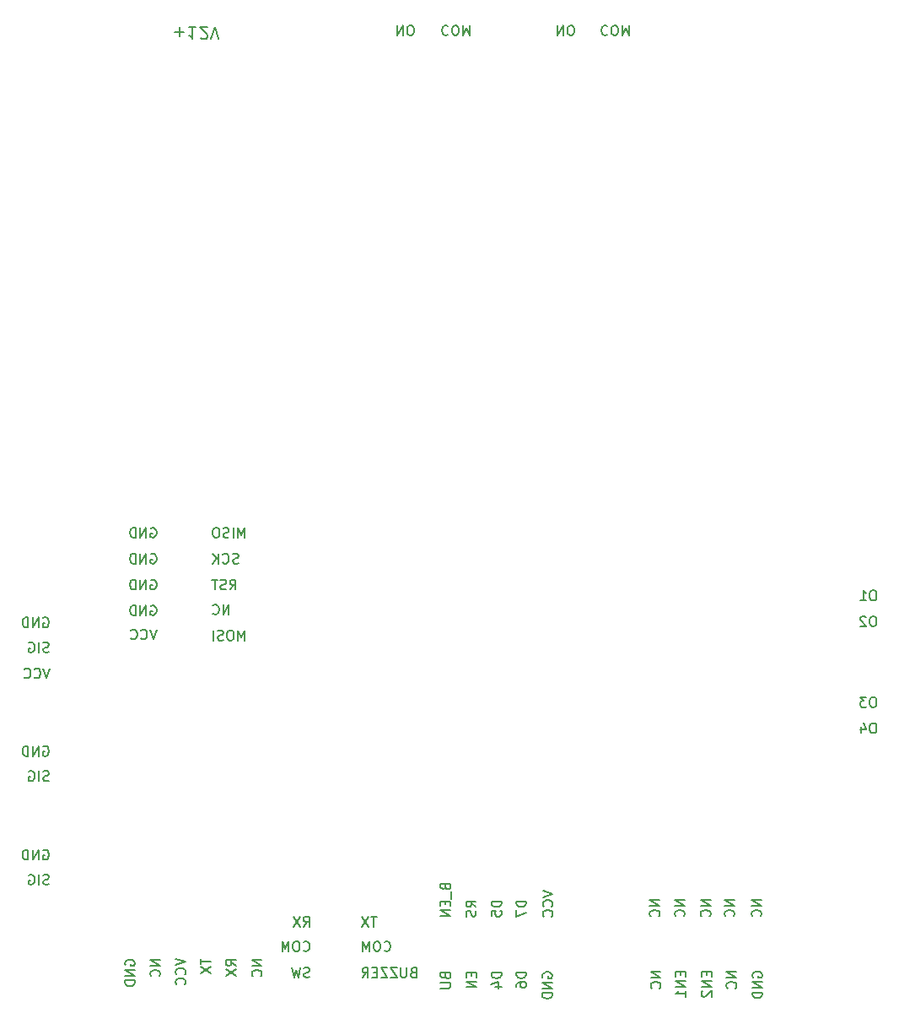
<source format=gbr>
%TF.GenerationSoftware,KiCad,Pcbnew,(5.1.6)-1*%
%TF.CreationDate,2022-04-28T16:11:12+09:00*%
%TF.ProjectId,FP-2500_TCU1000_V1.1,46502d32-3530-4305-9f54-435531303030,rev?*%
%TF.SameCoordinates,Original*%
%TF.FileFunction,Legend,Bot*%
%TF.FilePolarity,Positive*%
%FSLAX46Y46*%
G04 Gerber Fmt 4.6, Leading zero omitted, Abs format (unit mm)*
G04 Created by KiCad (PCBNEW (5.1.6)-1) date 2022-04-28 16:11:12*
%MOMM*%
%LPD*%
G01*
G04 APERTURE LIST*
%ADD10C,0.200000*%
G04 APERTURE END LIST*
D10*
X62690475Y-187028571D02*
X62547618Y-187076190D01*
X62499999Y-187123809D01*
X62452380Y-187219047D01*
X62452380Y-187361904D01*
X62499999Y-187457142D01*
X62547618Y-187504761D01*
X62642856Y-187552380D01*
X63023809Y-187552380D01*
X63023809Y-186552380D01*
X62690475Y-186552380D01*
X62595237Y-186600000D01*
X62547618Y-186647619D01*
X62499999Y-186742857D01*
X62499999Y-186838095D01*
X62547618Y-186933333D01*
X62595237Y-186980952D01*
X62690475Y-187028571D01*
X63023809Y-187028571D01*
X62023809Y-186552380D02*
X62023809Y-187361904D01*
X61976190Y-187457142D01*
X61928571Y-187504761D01*
X61833333Y-187552380D01*
X61642856Y-187552380D01*
X61547618Y-187504761D01*
X61499999Y-187457142D01*
X61452380Y-187361904D01*
X61452380Y-186552380D01*
X61071428Y-186552380D02*
X60404761Y-186552380D01*
X61071428Y-187552380D01*
X60404761Y-187552380D01*
X60119047Y-186552380D02*
X59452380Y-186552380D01*
X60119047Y-187552380D01*
X59452380Y-187552380D01*
X59071428Y-187028571D02*
X58738094Y-187028571D01*
X58595237Y-187552380D02*
X59071428Y-187552380D01*
X59071428Y-186552380D01*
X58595237Y-186552380D01*
X57595237Y-187552380D02*
X57928571Y-187076190D01*
X58166666Y-187552380D02*
X58166666Y-186552380D01*
X57785713Y-186552380D01*
X57690475Y-186600000D01*
X57642856Y-186647619D01*
X57595237Y-186742857D01*
X57595237Y-186885714D01*
X57642856Y-186980952D01*
X57690475Y-187028571D01*
X57785713Y-187076190D01*
X58166666Y-187076190D01*
X59785714Y-184857142D02*
X59833333Y-184904761D01*
X59976190Y-184952380D01*
X60071428Y-184952380D01*
X60214285Y-184904761D01*
X60309523Y-184809523D01*
X60357142Y-184714285D01*
X60404761Y-184523809D01*
X60404761Y-184380952D01*
X60357142Y-184190476D01*
X60309523Y-184095238D01*
X60214285Y-184000000D01*
X60071428Y-183952380D01*
X59976190Y-183952380D01*
X59833333Y-184000000D01*
X59785714Y-184047619D01*
X59166666Y-183952380D02*
X58976190Y-183952380D01*
X58880952Y-184000000D01*
X58785714Y-184095238D01*
X58738095Y-184285714D01*
X58738095Y-184619047D01*
X58785714Y-184809523D01*
X58880952Y-184904761D01*
X58976190Y-184952380D01*
X59166666Y-184952380D01*
X59261904Y-184904761D01*
X59357142Y-184809523D01*
X59404761Y-184619047D01*
X59404761Y-184285714D01*
X59357142Y-184095238D01*
X59261904Y-184000000D01*
X59166666Y-183952380D01*
X58309523Y-184952380D02*
X58309523Y-183952380D01*
X57976190Y-184666666D01*
X57642857Y-183952380D01*
X57642857Y-184952380D01*
X51685714Y-184857142D02*
X51733333Y-184904761D01*
X51876190Y-184952380D01*
X51971428Y-184952380D01*
X52114285Y-184904761D01*
X52209523Y-184809523D01*
X52257142Y-184714285D01*
X52304761Y-184523809D01*
X52304761Y-184380952D01*
X52257142Y-184190476D01*
X52209523Y-184095238D01*
X52114285Y-184000000D01*
X51971428Y-183952380D01*
X51876190Y-183952380D01*
X51733333Y-184000000D01*
X51685714Y-184047619D01*
X51066666Y-183952380D02*
X50876190Y-183952380D01*
X50780952Y-184000000D01*
X50685714Y-184095238D01*
X50638095Y-184285714D01*
X50638095Y-184619047D01*
X50685714Y-184809523D01*
X50780952Y-184904761D01*
X50876190Y-184952380D01*
X51066666Y-184952380D01*
X51161904Y-184904761D01*
X51257142Y-184809523D01*
X51304761Y-184619047D01*
X51304761Y-184285714D01*
X51257142Y-184095238D01*
X51161904Y-184000000D01*
X51066666Y-183952380D01*
X50209523Y-184952380D02*
X50209523Y-183952380D01*
X49876190Y-184666666D01*
X49542857Y-183952380D01*
X49542857Y-184952380D01*
X52304761Y-187504761D02*
X52161904Y-187552380D01*
X51923809Y-187552380D01*
X51828571Y-187504761D01*
X51780952Y-187457142D01*
X51733333Y-187361904D01*
X51733333Y-187266666D01*
X51780952Y-187171428D01*
X51828571Y-187123809D01*
X51923809Y-187076190D01*
X52114285Y-187028571D01*
X52209523Y-186980952D01*
X52257142Y-186933333D01*
X52304761Y-186838095D01*
X52304761Y-186742857D01*
X52257142Y-186647619D01*
X52209523Y-186600000D01*
X52114285Y-186552380D01*
X51876190Y-186552380D01*
X51733333Y-186600000D01*
X51399999Y-186552380D02*
X51161904Y-187552380D01*
X50971428Y-186838095D01*
X50780952Y-187552380D01*
X50542857Y-186552380D01*
X59023809Y-181452380D02*
X58452381Y-181452380D01*
X58738095Y-182452380D02*
X58738095Y-181452380D01*
X58214285Y-181452380D02*
X57547619Y-182452380D01*
X57547619Y-181452380D02*
X58214285Y-182452380D01*
X51685713Y-182452380D02*
X52019047Y-181976190D01*
X52257142Y-182452380D02*
X52257142Y-181452380D01*
X51876189Y-181452380D01*
X51780951Y-181500000D01*
X51733332Y-181547619D01*
X51685713Y-181642857D01*
X51685713Y-181785714D01*
X51733332Y-181880952D01*
X51780951Y-181928571D01*
X51876189Y-181976190D01*
X52257142Y-181976190D01*
X51352380Y-181452380D02*
X50685713Y-182452380D01*
X50685713Y-181452380D02*
X51352380Y-182452380D01*
X26228571Y-156552380D02*
X25895238Y-157552380D01*
X25561904Y-156552380D01*
X24657142Y-157457142D02*
X24704761Y-157504761D01*
X24847618Y-157552380D01*
X24942857Y-157552380D01*
X25085714Y-157504761D01*
X25180952Y-157409523D01*
X25228571Y-157314285D01*
X25276190Y-157123809D01*
X25276190Y-156980952D01*
X25228571Y-156790476D01*
X25180952Y-156695238D01*
X25085714Y-156600000D01*
X24942857Y-156552380D01*
X24847618Y-156552380D01*
X24704761Y-156600000D01*
X24657142Y-156647619D01*
X23657142Y-157457142D02*
X23704761Y-157504761D01*
X23847618Y-157552380D01*
X23942857Y-157552380D01*
X24085714Y-157504761D01*
X24180952Y-157409523D01*
X24228571Y-157314285D01*
X24276190Y-157123809D01*
X24276190Y-156980952D01*
X24228571Y-156790476D01*
X24180952Y-156695238D01*
X24085714Y-156600000D01*
X23942857Y-156552380D01*
X23847618Y-156552380D01*
X23704761Y-156600000D01*
X23657142Y-156647619D01*
X26133333Y-154904761D02*
X25990476Y-154952380D01*
X25752381Y-154952380D01*
X25657143Y-154904761D01*
X25609524Y-154857142D01*
X25561904Y-154761904D01*
X25561904Y-154666666D01*
X25609524Y-154571428D01*
X25657143Y-154523809D01*
X25752381Y-154476190D01*
X25942857Y-154428571D01*
X26038095Y-154380952D01*
X26085714Y-154333333D01*
X26133333Y-154238095D01*
X26133333Y-154142857D01*
X26085714Y-154047619D01*
X26038095Y-154000000D01*
X25942857Y-153952380D01*
X25704762Y-153952380D01*
X25561904Y-154000000D01*
X25133333Y-154952380D02*
X25133333Y-153952380D01*
X24133333Y-154000000D02*
X24228571Y-153952380D01*
X24371428Y-153952380D01*
X24514285Y-154000000D01*
X24609524Y-154095238D01*
X24657143Y-154190476D01*
X24704762Y-154380952D01*
X24704762Y-154523809D01*
X24657143Y-154714285D01*
X24609524Y-154809523D01*
X24514285Y-154904761D01*
X24371428Y-154952380D01*
X24276190Y-154952380D01*
X24133333Y-154904761D01*
X24085714Y-154857142D01*
X24085714Y-154523809D01*
X24276190Y-154523809D01*
X25561904Y-151500000D02*
X25657142Y-151452380D01*
X25800000Y-151452380D01*
X25942857Y-151500000D01*
X26038095Y-151595238D01*
X26085714Y-151690476D01*
X26133333Y-151880952D01*
X26133333Y-152023809D01*
X26085714Y-152214285D01*
X26038095Y-152309523D01*
X25942857Y-152404761D01*
X25800000Y-152452380D01*
X25704761Y-152452380D01*
X25561904Y-152404761D01*
X25514285Y-152357142D01*
X25514285Y-152023809D01*
X25704761Y-152023809D01*
X25085714Y-152452380D02*
X25085714Y-151452380D01*
X24514285Y-152452380D01*
X24514285Y-151452380D01*
X24038095Y-152452380D02*
X24038095Y-151452380D01*
X23800000Y-151452380D01*
X23657142Y-151500000D01*
X23561904Y-151595238D01*
X23514285Y-151690476D01*
X23466666Y-151880952D01*
X23466666Y-152023809D01*
X23514285Y-152214285D01*
X23561904Y-152309523D01*
X23657142Y-152404761D01*
X23800000Y-152452380D01*
X24038095Y-152452380D01*
X25561904Y-164400000D02*
X25657142Y-164352380D01*
X25800000Y-164352380D01*
X25942857Y-164400000D01*
X26038095Y-164495238D01*
X26085714Y-164590476D01*
X26133333Y-164780952D01*
X26133333Y-164923809D01*
X26085714Y-165114285D01*
X26038095Y-165209523D01*
X25942857Y-165304761D01*
X25800000Y-165352380D01*
X25704761Y-165352380D01*
X25561904Y-165304761D01*
X25514285Y-165257142D01*
X25514285Y-164923809D01*
X25704761Y-164923809D01*
X25085714Y-165352380D02*
X25085714Y-164352380D01*
X24514285Y-165352380D01*
X24514285Y-164352380D01*
X24038095Y-165352380D02*
X24038095Y-164352380D01*
X23800000Y-164352380D01*
X23657142Y-164400000D01*
X23561904Y-164495238D01*
X23514285Y-164590476D01*
X23466666Y-164780952D01*
X23466666Y-164923809D01*
X23514285Y-165114285D01*
X23561904Y-165209523D01*
X23657142Y-165304761D01*
X23800000Y-165352380D01*
X24038095Y-165352380D01*
X26133333Y-167804761D02*
X25990476Y-167852380D01*
X25752381Y-167852380D01*
X25657143Y-167804761D01*
X25609524Y-167757142D01*
X25561904Y-167661904D01*
X25561904Y-167566666D01*
X25609524Y-167471428D01*
X25657143Y-167423809D01*
X25752381Y-167376190D01*
X25942857Y-167328571D01*
X26038095Y-167280952D01*
X26085714Y-167233333D01*
X26133333Y-167138095D01*
X26133333Y-167042857D01*
X26085714Y-166947619D01*
X26038095Y-166900000D01*
X25942857Y-166852380D01*
X25704762Y-166852380D01*
X25561904Y-166900000D01*
X25133333Y-167852380D02*
X25133333Y-166852380D01*
X24133333Y-166900000D02*
X24228571Y-166852380D01*
X24371428Y-166852380D01*
X24514285Y-166900000D01*
X24609524Y-166995238D01*
X24657143Y-167090476D01*
X24704762Y-167280952D01*
X24704762Y-167423809D01*
X24657143Y-167614285D01*
X24609524Y-167709523D01*
X24514285Y-167804761D01*
X24371428Y-167852380D01*
X24276190Y-167852380D01*
X24133333Y-167804761D01*
X24085714Y-167757142D01*
X24085714Y-167423809D01*
X24276190Y-167423809D01*
X26133333Y-178204761D02*
X25990476Y-178252380D01*
X25752381Y-178252380D01*
X25657143Y-178204761D01*
X25609524Y-178157142D01*
X25561904Y-178061904D01*
X25561904Y-177966666D01*
X25609524Y-177871428D01*
X25657143Y-177823809D01*
X25752381Y-177776190D01*
X25942857Y-177728571D01*
X26038095Y-177680952D01*
X26085714Y-177633333D01*
X26133333Y-177538095D01*
X26133333Y-177442857D01*
X26085714Y-177347619D01*
X26038095Y-177300000D01*
X25942857Y-177252380D01*
X25704762Y-177252380D01*
X25561904Y-177300000D01*
X25133333Y-178252380D02*
X25133333Y-177252380D01*
X24133333Y-177300000D02*
X24228571Y-177252380D01*
X24371428Y-177252380D01*
X24514285Y-177300000D01*
X24609524Y-177395238D01*
X24657143Y-177490476D01*
X24704762Y-177680952D01*
X24704762Y-177823809D01*
X24657143Y-178014285D01*
X24609524Y-178109523D01*
X24514285Y-178204761D01*
X24371428Y-178252380D01*
X24276190Y-178252380D01*
X24133333Y-178204761D01*
X24085714Y-178157142D01*
X24085714Y-177823809D01*
X24276190Y-177823809D01*
X25561904Y-174800000D02*
X25657142Y-174752380D01*
X25800000Y-174752380D01*
X25942857Y-174800000D01*
X26038095Y-174895238D01*
X26085714Y-174990476D01*
X26133333Y-175180952D01*
X26133333Y-175323809D01*
X26085714Y-175514285D01*
X26038095Y-175609523D01*
X25942857Y-175704761D01*
X25800000Y-175752380D01*
X25704761Y-175752380D01*
X25561904Y-175704761D01*
X25514285Y-175657142D01*
X25514285Y-175323809D01*
X25704761Y-175323809D01*
X25085714Y-175752380D02*
X25085714Y-174752380D01*
X24514285Y-175752380D01*
X24514285Y-174752380D01*
X24038095Y-175752380D02*
X24038095Y-174752380D01*
X23800000Y-174752380D01*
X23657142Y-174800000D01*
X23561904Y-174895238D01*
X23514285Y-174990476D01*
X23466666Y-175180952D01*
X23466666Y-175323809D01*
X23514285Y-175514285D01*
X23561904Y-175609523D01*
X23657142Y-175704761D01*
X23800000Y-175752380D01*
X24038095Y-175752380D01*
X33800000Y-186338095D02*
X33752380Y-186242857D01*
X33752380Y-186100000D01*
X33800000Y-185957142D01*
X33895238Y-185861904D01*
X33990476Y-185814285D01*
X34180952Y-185766666D01*
X34323809Y-185766666D01*
X34514285Y-185814285D01*
X34609523Y-185861904D01*
X34704761Y-185957142D01*
X34752380Y-186100000D01*
X34752380Y-186195238D01*
X34704761Y-186338095D01*
X34657142Y-186385714D01*
X34323809Y-186385714D01*
X34323809Y-186195238D01*
X34752380Y-186814285D02*
X33752380Y-186814285D01*
X34752380Y-187385714D01*
X33752380Y-187385714D01*
X34752380Y-187861904D02*
X33752380Y-187861904D01*
X33752380Y-188100000D01*
X33800000Y-188242857D01*
X33895238Y-188338095D01*
X33990476Y-188385714D01*
X34180952Y-188433333D01*
X34323809Y-188433333D01*
X34514285Y-188385714D01*
X34609523Y-188338095D01*
X34704761Y-188242857D01*
X34752380Y-188100000D01*
X34752380Y-187861904D01*
X37302380Y-185814285D02*
X36302380Y-185814285D01*
X37302380Y-186385714D01*
X36302380Y-186385714D01*
X37207142Y-187433333D02*
X37254761Y-187385714D01*
X37302380Y-187242857D01*
X37302380Y-187147619D01*
X37254761Y-187004761D01*
X37159523Y-186909523D01*
X37064285Y-186861904D01*
X36873809Y-186814285D01*
X36730952Y-186814285D01*
X36540476Y-186861904D01*
X36445238Y-186909523D01*
X36350000Y-187004761D01*
X36302380Y-187147619D01*
X36302380Y-187242857D01*
X36350000Y-187385714D01*
X36397619Y-187433333D01*
X38852380Y-185671428D02*
X39852380Y-186004762D01*
X38852380Y-186338095D01*
X39757142Y-187242857D02*
X39804761Y-187195238D01*
X39852380Y-187052381D01*
X39852380Y-186957142D01*
X39804761Y-186814285D01*
X39709523Y-186719047D01*
X39614285Y-186671428D01*
X39423809Y-186623809D01*
X39280952Y-186623809D01*
X39090476Y-186671428D01*
X38995238Y-186719047D01*
X38900000Y-186814285D01*
X38852380Y-186957142D01*
X38852380Y-187052381D01*
X38900000Y-187195238D01*
X38947619Y-187242857D01*
X39757142Y-188242857D02*
X39804761Y-188195238D01*
X39852380Y-188052381D01*
X39852380Y-187957142D01*
X39804761Y-187814285D01*
X39709523Y-187719047D01*
X39614285Y-187671428D01*
X39423809Y-187623809D01*
X39280952Y-187623809D01*
X39090476Y-187671428D01*
X38995238Y-187719047D01*
X38900000Y-187814285D01*
X38852380Y-187957142D01*
X38852380Y-188052381D01*
X38900000Y-188195238D01*
X38947619Y-188242857D01*
X41352380Y-185671428D02*
X41352380Y-186242856D01*
X42352380Y-185957142D02*
X41352380Y-185957142D01*
X41352380Y-186480952D02*
X42352380Y-187147618D01*
X41352380Y-187147618D02*
X42352380Y-186480952D01*
X44902380Y-186385714D02*
X44426190Y-186052381D01*
X44902380Y-185814285D02*
X43902380Y-185814285D01*
X43902380Y-186195238D01*
X43950000Y-186290476D01*
X43997619Y-186338095D01*
X44092857Y-186385714D01*
X44235714Y-186385714D01*
X44330952Y-186338095D01*
X44378571Y-186290476D01*
X44426190Y-186195238D01*
X44426190Y-185814285D01*
X43902380Y-186719047D02*
X44902380Y-187385714D01*
X43902380Y-187385714D02*
X44902380Y-186719047D01*
X47502380Y-185814285D02*
X46502380Y-185814285D01*
X47502380Y-186385714D01*
X46502380Y-186385714D01*
X47407142Y-187433333D02*
X47454761Y-187385714D01*
X47502380Y-187242857D01*
X47502380Y-187147619D01*
X47454761Y-187004761D01*
X47359523Y-186909523D01*
X47264285Y-186861904D01*
X47073809Y-186814285D01*
X46930952Y-186814285D01*
X46740476Y-186861904D01*
X46645238Y-186909523D01*
X46550000Y-187004761D01*
X46502380Y-187147619D01*
X46502380Y-187242857D01*
X46550000Y-187385714D01*
X46597619Y-187433333D01*
X65928571Y-178485713D02*
X65976190Y-178628570D01*
X66023809Y-178676189D01*
X66119047Y-178723808D01*
X66261904Y-178723808D01*
X66357142Y-178676189D01*
X66404761Y-178628570D01*
X66452380Y-178533332D01*
X66452380Y-178152380D01*
X65452380Y-178152380D01*
X65452380Y-178485713D01*
X65500000Y-178580951D01*
X65547619Y-178628570D01*
X65642857Y-178676189D01*
X65738095Y-178676189D01*
X65833333Y-178628570D01*
X65880952Y-178580951D01*
X65928571Y-178485713D01*
X65928571Y-178152380D01*
X66547619Y-178914285D02*
X66547619Y-179676189D01*
X65928571Y-179914285D02*
X65928571Y-180247618D01*
X66452380Y-180390475D02*
X66452380Y-179914285D01*
X65452380Y-179914285D01*
X65452380Y-180390475D01*
X66452380Y-180819047D02*
X65452380Y-180819047D01*
X66452380Y-181390475D01*
X65452380Y-181390475D01*
X69002380Y-180485714D02*
X68526190Y-180152381D01*
X69002380Y-179914285D02*
X68002380Y-179914285D01*
X68002380Y-180295238D01*
X68050000Y-180390476D01*
X68097619Y-180438095D01*
X68192857Y-180485714D01*
X68335714Y-180485714D01*
X68430952Y-180438095D01*
X68478571Y-180390476D01*
X68526190Y-180295238D01*
X68526190Y-179914285D01*
X68954761Y-180866666D02*
X69002380Y-181009523D01*
X69002380Y-181247619D01*
X68954761Y-181342857D01*
X68907142Y-181390476D01*
X68811904Y-181438095D01*
X68716666Y-181438095D01*
X68621428Y-181390476D01*
X68573809Y-181342857D01*
X68526190Y-181247619D01*
X68478571Y-181057142D01*
X68430952Y-180961904D01*
X68383333Y-180914285D01*
X68288095Y-180866666D01*
X68192857Y-180866666D01*
X68097619Y-180914285D01*
X68050000Y-180961904D01*
X68002380Y-181057142D01*
X68002380Y-181295238D01*
X68050000Y-181438095D01*
X71552380Y-179914285D02*
X70552380Y-179914285D01*
X70552380Y-180152381D01*
X70600000Y-180295238D01*
X70695238Y-180390476D01*
X70790476Y-180438095D01*
X70980952Y-180485714D01*
X71123809Y-180485714D01*
X71314285Y-180438095D01*
X71409523Y-180390476D01*
X71504761Y-180295238D01*
X71552380Y-180152381D01*
X71552380Y-179914285D01*
X70552380Y-181390476D02*
X70552380Y-180914285D01*
X71028571Y-180866666D01*
X70980952Y-180914285D01*
X70933333Y-181009523D01*
X70933333Y-181247619D01*
X70980952Y-181342857D01*
X71028571Y-181390476D01*
X71123809Y-181438095D01*
X71361904Y-181438095D01*
X71457142Y-181390476D01*
X71504761Y-181342857D01*
X71552380Y-181247619D01*
X71552380Y-181009523D01*
X71504761Y-180914285D01*
X71457142Y-180866666D01*
X74052380Y-179914285D02*
X73052380Y-179914285D01*
X73052380Y-180152381D01*
X73100000Y-180295238D01*
X73195238Y-180390476D01*
X73290476Y-180438095D01*
X73480952Y-180485714D01*
X73623809Y-180485714D01*
X73814285Y-180438095D01*
X73909523Y-180390476D01*
X74004761Y-180295238D01*
X74052380Y-180152381D01*
X74052380Y-179914285D01*
X73052380Y-180819047D02*
X73052380Y-181485714D01*
X74052380Y-181057142D01*
X75702380Y-178866666D02*
X76702380Y-179200000D01*
X75702380Y-179533333D01*
X76607142Y-180438095D02*
X76654761Y-180390476D01*
X76702380Y-180247619D01*
X76702380Y-180152380D01*
X76654761Y-180009523D01*
X76559523Y-179914285D01*
X76464285Y-179866666D01*
X76273809Y-179819047D01*
X76130952Y-179819047D01*
X75940476Y-179866666D01*
X75845238Y-179914285D01*
X75750000Y-180009523D01*
X75702380Y-180152380D01*
X75702380Y-180247619D01*
X75750000Y-180390476D01*
X75797619Y-180438095D01*
X76607142Y-181438095D02*
X76654761Y-181390476D01*
X76702380Y-181247619D01*
X76702380Y-181152380D01*
X76654761Y-181009523D01*
X76559523Y-180914285D01*
X76464285Y-180866666D01*
X76273809Y-180819047D01*
X76130952Y-180819047D01*
X75940476Y-180866666D01*
X75845238Y-180914285D01*
X75750000Y-181009523D01*
X75702380Y-181152380D01*
X75702380Y-181247619D01*
X75750000Y-181390476D01*
X75797619Y-181438095D01*
X65928571Y-187397619D02*
X65976190Y-187540476D01*
X66023809Y-187588095D01*
X66119047Y-187635714D01*
X66261904Y-187635714D01*
X66357142Y-187588095D01*
X66404761Y-187540476D01*
X66452380Y-187445238D01*
X66452380Y-187064285D01*
X65452380Y-187064285D01*
X65452380Y-187397619D01*
X65500000Y-187492857D01*
X65547619Y-187540476D01*
X65642857Y-187588095D01*
X65738095Y-187588095D01*
X65833333Y-187540476D01*
X65880952Y-187492857D01*
X65928571Y-187397619D01*
X65928571Y-187064285D01*
X65452380Y-188064285D02*
X66261904Y-188064285D01*
X66357142Y-188111904D01*
X66404761Y-188159523D01*
X66452380Y-188254761D01*
X66452380Y-188445238D01*
X66404761Y-188540476D01*
X66357142Y-188588095D01*
X66261904Y-188635714D01*
X65452380Y-188635714D01*
X68528571Y-187064285D02*
X68528571Y-187397619D01*
X69052380Y-187540476D02*
X69052380Y-187064285D01*
X68052380Y-187064285D01*
X68052380Y-187540476D01*
X69052380Y-187969047D02*
X68052380Y-187969047D01*
X69052380Y-188540476D01*
X68052380Y-188540476D01*
X71552380Y-187064285D02*
X70552380Y-187064285D01*
X70552380Y-187302381D01*
X70600000Y-187445238D01*
X70695238Y-187540476D01*
X70790476Y-187588095D01*
X70980952Y-187635714D01*
X71123809Y-187635714D01*
X71314285Y-187588095D01*
X71409523Y-187540476D01*
X71504761Y-187445238D01*
X71552380Y-187302381D01*
X71552380Y-187064285D01*
X70885714Y-188492857D02*
X71552380Y-188492857D01*
X70504761Y-188254761D02*
X71219047Y-188016666D01*
X71219047Y-188635714D01*
X74052380Y-187064285D02*
X73052380Y-187064285D01*
X73052380Y-187302381D01*
X73100000Y-187445238D01*
X73195238Y-187540476D01*
X73290476Y-187588095D01*
X73480952Y-187635714D01*
X73623809Y-187635714D01*
X73814285Y-187588095D01*
X73909523Y-187540476D01*
X74004761Y-187445238D01*
X74052380Y-187302381D01*
X74052380Y-187064285D01*
X73052380Y-188492857D02*
X73052380Y-188302381D01*
X73100000Y-188207142D01*
X73147619Y-188159523D01*
X73290476Y-188064285D01*
X73480952Y-188016666D01*
X73861904Y-188016666D01*
X73957142Y-188064285D01*
X74004761Y-188111904D01*
X74052380Y-188207142D01*
X74052380Y-188397619D01*
X74004761Y-188492857D01*
X73957142Y-188540476D01*
X73861904Y-188588095D01*
X73623809Y-188588095D01*
X73528571Y-188540476D01*
X73480952Y-188492857D01*
X73433333Y-188397619D01*
X73433333Y-188207142D01*
X73480952Y-188111904D01*
X73528571Y-188064285D01*
X73623809Y-188016666D01*
X75700000Y-187588095D02*
X75652380Y-187492857D01*
X75652380Y-187350000D01*
X75700000Y-187207142D01*
X75795238Y-187111904D01*
X75890476Y-187064285D01*
X76080952Y-187016666D01*
X76223809Y-187016666D01*
X76414285Y-187064285D01*
X76509523Y-187111904D01*
X76604761Y-187207142D01*
X76652380Y-187350000D01*
X76652380Y-187445238D01*
X76604761Y-187588095D01*
X76557142Y-187635714D01*
X76223809Y-187635714D01*
X76223809Y-187445238D01*
X76652380Y-188064285D02*
X75652380Y-188064285D01*
X76652380Y-188635714D01*
X75652380Y-188635714D01*
X76652380Y-189111904D02*
X75652380Y-189111904D01*
X75652380Y-189350000D01*
X75700000Y-189492857D01*
X75795238Y-189588095D01*
X75890476Y-189635714D01*
X76080952Y-189683333D01*
X76223809Y-189683333D01*
X76414285Y-189635714D01*
X76509523Y-189588095D01*
X76604761Y-189492857D01*
X76652380Y-189350000D01*
X76652380Y-189111904D01*
X97652380Y-179814285D02*
X96652380Y-179814285D01*
X97652380Y-180385714D01*
X96652380Y-180385714D01*
X97557142Y-181433333D02*
X97604761Y-181385714D01*
X97652380Y-181242857D01*
X97652380Y-181147619D01*
X97604761Y-181004761D01*
X97509523Y-180909523D01*
X97414285Y-180861904D01*
X97223809Y-180814285D01*
X97080952Y-180814285D01*
X96890476Y-180861904D01*
X96795238Y-180909523D01*
X96700000Y-181004761D01*
X96652380Y-181147619D01*
X96652380Y-181242857D01*
X96700000Y-181385714D01*
X96747619Y-181433333D01*
X94952380Y-179814285D02*
X93952380Y-179814285D01*
X94952380Y-180385714D01*
X93952380Y-180385714D01*
X94857142Y-181433333D02*
X94904761Y-181385714D01*
X94952380Y-181242857D01*
X94952380Y-181147619D01*
X94904761Y-181004761D01*
X94809523Y-180909523D01*
X94714285Y-180861904D01*
X94523809Y-180814285D01*
X94380952Y-180814285D01*
X94190476Y-180861904D01*
X94095238Y-180909523D01*
X94000000Y-181004761D01*
X93952380Y-181147619D01*
X93952380Y-181242857D01*
X94000000Y-181385714D01*
X94047619Y-181433333D01*
X92552380Y-179814285D02*
X91552380Y-179814285D01*
X92552380Y-180385714D01*
X91552380Y-180385714D01*
X92457142Y-181433333D02*
X92504761Y-181385714D01*
X92552380Y-181242857D01*
X92552380Y-181147619D01*
X92504761Y-181004761D01*
X92409523Y-180909523D01*
X92314285Y-180861904D01*
X92123809Y-180814285D01*
X91980952Y-180814285D01*
X91790476Y-180861904D01*
X91695238Y-180909523D01*
X91600000Y-181004761D01*
X91552380Y-181147619D01*
X91552380Y-181242857D01*
X91600000Y-181385714D01*
X91647619Y-181433333D01*
X89952380Y-179814285D02*
X88952380Y-179814285D01*
X89952380Y-180385714D01*
X88952380Y-180385714D01*
X89857142Y-181433333D02*
X89904761Y-181385714D01*
X89952380Y-181242857D01*
X89952380Y-181147619D01*
X89904761Y-181004761D01*
X89809523Y-180909523D01*
X89714285Y-180861904D01*
X89523809Y-180814285D01*
X89380952Y-180814285D01*
X89190476Y-180861904D01*
X89095238Y-180909523D01*
X89000000Y-181004761D01*
X88952380Y-181147619D01*
X88952380Y-181242857D01*
X89000000Y-181385714D01*
X89047619Y-181433333D01*
X87452380Y-179814285D02*
X86452380Y-179814285D01*
X87452380Y-180385714D01*
X86452380Y-180385714D01*
X87357142Y-181433333D02*
X87404761Y-181385714D01*
X87452380Y-181242857D01*
X87452380Y-181147619D01*
X87404761Y-181004761D01*
X87309523Y-180909523D01*
X87214285Y-180861904D01*
X87023809Y-180814285D01*
X86880952Y-180814285D01*
X86690476Y-180861904D01*
X86595238Y-180909523D01*
X86500000Y-181004761D01*
X86452380Y-181147619D01*
X86452380Y-181242857D01*
X86500000Y-181385714D01*
X86547619Y-181433333D01*
X96800000Y-187538095D02*
X96752380Y-187442857D01*
X96752380Y-187300000D01*
X96800000Y-187157142D01*
X96895238Y-187061904D01*
X96990476Y-187014285D01*
X97180952Y-186966666D01*
X97323809Y-186966666D01*
X97514285Y-187014285D01*
X97609523Y-187061904D01*
X97704761Y-187157142D01*
X97752380Y-187300000D01*
X97752380Y-187395238D01*
X97704761Y-187538095D01*
X97657142Y-187585714D01*
X97323809Y-187585714D01*
X97323809Y-187395238D01*
X97752380Y-188014285D02*
X96752380Y-188014285D01*
X97752380Y-188585714D01*
X96752380Y-188585714D01*
X97752380Y-189061904D02*
X96752380Y-189061904D01*
X96752380Y-189300000D01*
X96800000Y-189442857D01*
X96895238Y-189538095D01*
X96990476Y-189585714D01*
X97180952Y-189633333D01*
X97323809Y-189633333D01*
X97514285Y-189585714D01*
X97609523Y-189538095D01*
X97704761Y-189442857D01*
X97752380Y-189300000D01*
X97752380Y-189061904D01*
X95152380Y-187014285D02*
X94152380Y-187014285D01*
X95152380Y-187585714D01*
X94152380Y-187585714D01*
X95057142Y-188633333D02*
X95104761Y-188585714D01*
X95152380Y-188442857D01*
X95152380Y-188347619D01*
X95104761Y-188204761D01*
X95009523Y-188109523D01*
X94914285Y-188061904D01*
X94723809Y-188014285D01*
X94580952Y-188014285D01*
X94390476Y-188061904D01*
X94295238Y-188109523D01*
X94200000Y-188204761D01*
X94152380Y-188347619D01*
X94152380Y-188442857D01*
X94200000Y-188585714D01*
X94247619Y-188633333D01*
X92128571Y-187014285D02*
X92128571Y-187347618D01*
X92652380Y-187490475D02*
X92652380Y-187014285D01*
X91652380Y-187014285D01*
X91652380Y-187490475D01*
X92652380Y-187919047D02*
X91652380Y-187919047D01*
X92652380Y-188490475D01*
X91652380Y-188490475D01*
X91747619Y-188919047D02*
X91700000Y-188966666D01*
X91652380Y-189061904D01*
X91652380Y-189299999D01*
X91700000Y-189395237D01*
X91747619Y-189442856D01*
X91842857Y-189490475D01*
X91938095Y-189490475D01*
X92080952Y-189442856D01*
X92652380Y-188871428D01*
X92652380Y-189490475D01*
X89528571Y-187014285D02*
X89528571Y-187347618D01*
X90052380Y-187490475D02*
X90052380Y-187014285D01*
X89052380Y-187014285D01*
X89052380Y-187490475D01*
X90052380Y-187919047D02*
X89052380Y-187919047D01*
X90052380Y-188490475D01*
X89052380Y-188490475D01*
X90052380Y-189490475D02*
X90052380Y-188919047D01*
X90052380Y-189204761D02*
X89052380Y-189204761D01*
X89195238Y-189109523D01*
X89290476Y-189014285D01*
X89338095Y-188919047D01*
X87552380Y-187014285D02*
X86552380Y-187014285D01*
X87552380Y-187585714D01*
X86552380Y-187585714D01*
X87457142Y-188633333D02*
X87504761Y-188585714D01*
X87552380Y-188442857D01*
X87552380Y-188347619D01*
X87504761Y-188204761D01*
X87409523Y-188109523D01*
X87314285Y-188061904D01*
X87123809Y-188014285D01*
X86980952Y-188014285D01*
X86790476Y-188061904D01*
X86695238Y-188109523D01*
X86600000Y-188204761D01*
X86552380Y-188347619D01*
X86552380Y-188442857D01*
X86600000Y-188585714D01*
X86647619Y-188633333D01*
X108971428Y-162052380D02*
X108780952Y-162052380D01*
X108685714Y-162100000D01*
X108590476Y-162195238D01*
X108542857Y-162385714D01*
X108542857Y-162719047D01*
X108590476Y-162909523D01*
X108685714Y-163004761D01*
X108780952Y-163052380D01*
X108971428Y-163052380D01*
X109066666Y-163004761D01*
X109161904Y-162909523D01*
X109209523Y-162719047D01*
X109209523Y-162385714D01*
X109161904Y-162195238D01*
X109066666Y-162100000D01*
X108971428Y-162052380D01*
X107685714Y-162385714D02*
X107685714Y-163052380D01*
X107923809Y-162004761D02*
X108161904Y-162719047D01*
X107542857Y-162719047D01*
X108971428Y-159452380D02*
X108780952Y-159452380D01*
X108685714Y-159500000D01*
X108590476Y-159595238D01*
X108542857Y-159785714D01*
X108542857Y-160119047D01*
X108590476Y-160309523D01*
X108685714Y-160404761D01*
X108780952Y-160452380D01*
X108971428Y-160452380D01*
X109066666Y-160404761D01*
X109161904Y-160309523D01*
X109209523Y-160119047D01*
X109209523Y-159785714D01*
X109161904Y-159595238D01*
X109066666Y-159500000D01*
X108971428Y-159452380D01*
X108209523Y-159452380D02*
X107590476Y-159452380D01*
X107923809Y-159833333D01*
X107780952Y-159833333D01*
X107685714Y-159880952D01*
X107638095Y-159928571D01*
X107590476Y-160023809D01*
X107590476Y-160261904D01*
X107638095Y-160357142D01*
X107685714Y-160404761D01*
X107780952Y-160452380D01*
X108066666Y-160452380D01*
X108161904Y-160404761D01*
X108209523Y-160357142D01*
X108971428Y-151352380D02*
X108780952Y-151352380D01*
X108685714Y-151400000D01*
X108590476Y-151495238D01*
X108542857Y-151685714D01*
X108542857Y-152019047D01*
X108590476Y-152209523D01*
X108685714Y-152304761D01*
X108780952Y-152352380D01*
X108971428Y-152352380D01*
X109066666Y-152304761D01*
X109161904Y-152209523D01*
X109209523Y-152019047D01*
X109209523Y-151685714D01*
X109161904Y-151495238D01*
X109066666Y-151400000D01*
X108971428Y-151352380D01*
X108161904Y-151447619D02*
X108114285Y-151400000D01*
X108019047Y-151352380D01*
X107780952Y-151352380D01*
X107685714Y-151400000D01*
X107638095Y-151447619D01*
X107590476Y-151542857D01*
X107590476Y-151638095D01*
X107638095Y-151780952D01*
X108209523Y-152352380D01*
X107590476Y-152352380D01*
X108971428Y-148752380D02*
X108780952Y-148752380D01*
X108685714Y-148800000D01*
X108590476Y-148895238D01*
X108542857Y-149085714D01*
X108542857Y-149419047D01*
X108590476Y-149609523D01*
X108685714Y-149704761D01*
X108780952Y-149752380D01*
X108971428Y-149752380D01*
X109066666Y-149704761D01*
X109161904Y-149609523D01*
X109209523Y-149419047D01*
X109209523Y-149085714D01*
X109161904Y-148895238D01*
X109066666Y-148800000D01*
X108971428Y-148752380D01*
X107590476Y-149752380D02*
X108161904Y-149752380D01*
X107876190Y-149752380D02*
X107876190Y-148752380D01*
X107971428Y-148895238D01*
X108066666Y-148990476D01*
X108161904Y-149038095D01*
X45771428Y-153752380D02*
X45771428Y-152752380D01*
X45438095Y-153466666D01*
X45104761Y-152752380D01*
X45104761Y-153752380D01*
X44438095Y-152752380D02*
X44247619Y-152752380D01*
X44152380Y-152800000D01*
X44057142Y-152895238D01*
X44009523Y-153085714D01*
X44009523Y-153419047D01*
X44057142Y-153609523D01*
X44152380Y-153704761D01*
X44247619Y-153752380D01*
X44438095Y-153752380D01*
X44533333Y-153704761D01*
X44628571Y-153609523D01*
X44676190Y-153419047D01*
X44676190Y-153085714D01*
X44628571Y-152895238D01*
X44533333Y-152800000D01*
X44438095Y-152752380D01*
X43628571Y-153704761D02*
X43485714Y-153752380D01*
X43247619Y-153752380D01*
X43152380Y-153704761D01*
X43104761Y-153657142D01*
X43057142Y-153561904D01*
X43057142Y-153466666D01*
X43104761Y-153371428D01*
X43152380Y-153323809D01*
X43247619Y-153276190D01*
X43438095Y-153228571D01*
X43533333Y-153180952D01*
X43580952Y-153133333D01*
X43628571Y-153038095D01*
X43628571Y-152942857D01*
X43580952Y-152847619D01*
X43533333Y-152800000D01*
X43438095Y-152752380D01*
X43200000Y-152752380D01*
X43057142Y-152800000D01*
X42628571Y-153752380D02*
X42628571Y-152752380D01*
X44199999Y-151152380D02*
X44199999Y-150152380D01*
X43628570Y-151152380D01*
X43628570Y-150152380D01*
X42580951Y-151057142D02*
X42628570Y-151104761D01*
X42771427Y-151152380D01*
X42866665Y-151152380D01*
X43009523Y-151104761D01*
X43104761Y-151009523D01*
X43152380Y-150914285D01*
X43199999Y-150723809D01*
X43199999Y-150580952D01*
X43152380Y-150390476D01*
X43104761Y-150295238D01*
X43009523Y-150200000D01*
X42866665Y-150152380D01*
X42771427Y-150152380D01*
X42628570Y-150200000D01*
X42580951Y-150247619D01*
X44295238Y-148652380D02*
X44628571Y-148176190D01*
X44866666Y-148652380D02*
X44866666Y-147652380D01*
X44485714Y-147652380D01*
X44390476Y-147700000D01*
X44342857Y-147747619D01*
X44295238Y-147842857D01*
X44295238Y-147985714D01*
X44342857Y-148080952D01*
X44390476Y-148128571D01*
X44485714Y-148176190D01*
X44866666Y-148176190D01*
X43914285Y-148604761D02*
X43771428Y-148652380D01*
X43533333Y-148652380D01*
X43438095Y-148604761D01*
X43390476Y-148557142D01*
X43342857Y-148461904D01*
X43342857Y-148366666D01*
X43390476Y-148271428D01*
X43438095Y-148223809D01*
X43533333Y-148176190D01*
X43723809Y-148128571D01*
X43819047Y-148080952D01*
X43866666Y-148033333D01*
X43914285Y-147938095D01*
X43914285Y-147842857D01*
X43866666Y-147747619D01*
X43819047Y-147700000D01*
X43723809Y-147652380D01*
X43485714Y-147652380D01*
X43342857Y-147700000D01*
X43057142Y-147652380D02*
X42485714Y-147652380D01*
X42771428Y-148652380D02*
X42771428Y-147652380D01*
X45152380Y-146004761D02*
X45009523Y-146052380D01*
X44771427Y-146052380D01*
X44676189Y-146004761D01*
X44628570Y-145957142D01*
X44580951Y-145861904D01*
X44580951Y-145766666D01*
X44628570Y-145671428D01*
X44676189Y-145623809D01*
X44771427Y-145576190D01*
X44961904Y-145528571D01*
X45057142Y-145480952D01*
X45104761Y-145433333D01*
X45152380Y-145338095D01*
X45152380Y-145242857D01*
X45104761Y-145147619D01*
X45057142Y-145100000D01*
X44961904Y-145052380D01*
X44723808Y-145052380D01*
X44580951Y-145100000D01*
X43580951Y-145957142D02*
X43628570Y-146004761D01*
X43771427Y-146052380D01*
X43866666Y-146052380D01*
X44009523Y-146004761D01*
X44104761Y-145909523D01*
X44152380Y-145814285D01*
X44199999Y-145623809D01*
X44199999Y-145480952D01*
X44152380Y-145290476D01*
X44104761Y-145195238D01*
X44009523Y-145100000D01*
X43866666Y-145052380D01*
X43771427Y-145052380D01*
X43628570Y-145100000D01*
X43580951Y-145147619D01*
X43152380Y-146052380D02*
X43152380Y-145052380D01*
X42580951Y-146052380D02*
X43009523Y-145480952D01*
X42580951Y-145052380D02*
X43152380Y-145623809D01*
X45771428Y-143452380D02*
X45771428Y-142452380D01*
X45438095Y-143166666D01*
X45104761Y-142452380D01*
X45104761Y-143452380D01*
X44628571Y-143452380D02*
X44628571Y-142452380D01*
X44200000Y-143404761D02*
X44057142Y-143452380D01*
X43819047Y-143452380D01*
X43723809Y-143404761D01*
X43676190Y-143357142D01*
X43628571Y-143261904D01*
X43628571Y-143166666D01*
X43676190Y-143071428D01*
X43723809Y-143023809D01*
X43819047Y-142976190D01*
X44009523Y-142928571D01*
X44104761Y-142880952D01*
X44152380Y-142833333D01*
X44200000Y-142738095D01*
X44200000Y-142642857D01*
X44152380Y-142547619D01*
X44104761Y-142500000D01*
X44009523Y-142452380D01*
X43771428Y-142452380D01*
X43628571Y-142500000D01*
X43009523Y-142452380D02*
X42819047Y-142452380D01*
X42723809Y-142500000D01*
X42628571Y-142595238D01*
X42580952Y-142785714D01*
X42580952Y-143119047D01*
X42628571Y-143309523D01*
X42723809Y-143404761D01*
X42819047Y-143452380D01*
X43009523Y-143452380D01*
X43104761Y-143404761D01*
X43200000Y-143309523D01*
X43247619Y-143119047D01*
X43247619Y-142785714D01*
X43200000Y-142595238D01*
X43104761Y-142500000D01*
X43009523Y-142452380D01*
X36933333Y-152652380D02*
X36600000Y-153652380D01*
X36266666Y-152652380D01*
X35361904Y-153557142D02*
X35409523Y-153604761D01*
X35552380Y-153652380D01*
X35647619Y-153652380D01*
X35790476Y-153604761D01*
X35885714Y-153509523D01*
X35933333Y-153414285D01*
X35980952Y-153223809D01*
X35980952Y-153080952D01*
X35933333Y-152890476D01*
X35885714Y-152795238D01*
X35790476Y-152700000D01*
X35647619Y-152652380D01*
X35552380Y-152652380D01*
X35409523Y-152700000D01*
X35361904Y-152747619D01*
X34361904Y-153557142D02*
X34409523Y-153604761D01*
X34552380Y-153652380D01*
X34647619Y-153652380D01*
X34790476Y-153604761D01*
X34885714Y-153509523D01*
X34933333Y-153414285D01*
X34980952Y-153223809D01*
X34980952Y-153080952D01*
X34933333Y-152890476D01*
X34885714Y-152795238D01*
X34790476Y-152700000D01*
X34647619Y-152652380D01*
X34552380Y-152652380D01*
X34409523Y-152700000D01*
X34361904Y-152747619D01*
X36361904Y-150300000D02*
X36457142Y-150252380D01*
X36600000Y-150252380D01*
X36742857Y-150300000D01*
X36838095Y-150395238D01*
X36885714Y-150490476D01*
X36933333Y-150680952D01*
X36933333Y-150823809D01*
X36885714Y-151014285D01*
X36838095Y-151109523D01*
X36742857Y-151204761D01*
X36600000Y-151252380D01*
X36504761Y-151252380D01*
X36361904Y-151204761D01*
X36314285Y-151157142D01*
X36314285Y-150823809D01*
X36504761Y-150823809D01*
X35885714Y-151252380D02*
X35885714Y-150252380D01*
X35314285Y-151252380D01*
X35314285Y-150252380D01*
X34838095Y-151252380D02*
X34838095Y-150252380D01*
X34600000Y-150252380D01*
X34457142Y-150300000D01*
X34361904Y-150395238D01*
X34314285Y-150490476D01*
X34266666Y-150680952D01*
X34266666Y-150823809D01*
X34314285Y-151014285D01*
X34361904Y-151109523D01*
X34457142Y-151204761D01*
X34600000Y-151252380D01*
X34838095Y-151252380D01*
X36361904Y-147700000D02*
X36457142Y-147652380D01*
X36600000Y-147652380D01*
X36742857Y-147700000D01*
X36838095Y-147795238D01*
X36885714Y-147890476D01*
X36933333Y-148080952D01*
X36933333Y-148223809D01*
X36885714Y-148414285D01*
X36838095Y-148509523D01*
X36742857Y-148604761D01*
X36600000Y-148652380D01*
X36504761Y-148652380D01*
X36361904Y-148604761D01*
X36314285Y-148557142D01*
X36314285Y-148223809D01*
X36504761Y-148223809D01*
X35885714Y-148652380D02*
X35885714Y-147652380D01*
X35314285Y-148652380D01*
X35314285Y-147652380D01*
X34838095Y-148652380D02*
X34838095Y-147652380D01*
X34600000Y-147652380D01*
X34457142Y-147700000D01*
X34361904Y-147795238D01*
X34314285Y-147890476D01*
X34266666Y-148080952D01*
X34266666Y-148223809D01*
X34314285Y-148414285D01*
X34361904Y-148509523D01*
X34457142Y-148604761D01*
X34600000Y-148652380D01*
X34838095Y-148652380D01*
X36361904Y-145100000D02*
X36457142Y-145052380D01*
X36600000Y-145052380D01*
X36742857Y-145100000D01*
X36838095Y-145195238D01*
X36885714Y-145290476D01*
X36933333Y-145480952D01*
X36933333Y-145623809D01*
X36885714Y-145814285D01*
X36838095Y-145909523D01*
X36742857Y-146004761D01*
X36600000Y-146052380D01*
X36504761Y-146052380D01*
X36361904Y-146004761D01*
X36314285Y-145957142D01*
X36314285Y-145623809D01*
X36504761Y-145623809D01*
X35885714Y-146052380D02*
X35885714Y-145052380D01*
X35314285Y-146052380D01*
X35314285Y-145052380D01*
X34838095Y-146052380D02*
X34838095Y-145052380D01*
X34600000Y-145052380D01*
X34457142Y-145100000D01*
X34361904Y-145195238D01*
X34314285Y-145290476D01*
X34266666Y-145480952D01*
X34266666Y-145623809D01*
X34314285Y-145814285D01*
X34361904Y-145909523D01*
X34457142Y-146004761D01*
X34600000Y-146052380D01*
X34838095Y-146052380D01*
X36361904Y-142500000D02*
X36457142Y-142452380D01*
X36600000Y-142452380D01*
X36742857Y-142500000D01*
X36838095Y-142595238D01*
X36885714Y-142690476D01*
X36933333Y-142880952D01*
X36933333Y-143023809D01*
X36885714Y-143214285D01*
X36838095Y-143309523D01*
X36742857Y-143404761D01*
X36600000Y-143452380D01*
X36504761Y-143452380D01*
X36361904Y-143404761D01*
X36314285Y-143357142D01*
X36314285Y-143023809D01*
X36504761Y-143023809D01*
X35885714Y-143452380D02*
X35885714Y-142452380D01*
X35314285Y-143452380D01*
X35314285Y-142452380D01*
X34838095Y-143452380D02*
X34838095Y-142452380D01*
X34600000Y-142452380D01*
X34457142Y-142500000D01*
X34361904Y-142595238D01*
X34314285Y-142690476D01*
X34266666Y-142880952D01*
X34266666Y-143023809D01*
X34314285Y-143214285D01*
X34361904Y-143309523D01*
X34457142Y-143404761D01*
X34600000Y-143452380D01*
X34838095Y-143452380D01*
X82214285Y-92167857D02*
X82166666Y-92120238D01*
X82023809Y-92072619D01*
X81928571Y-92072619D01*
X81785714Y-92120238D01*
X81690476Y-92215476D01*
X81642857Y-92310714D01*
X81595238Y-92501190D01*
X81595238Y-92644047D01*
X81642857Y-92834523D01*
X81690476Y-92929761D01*
X81785714Y-93025000D01*
X81928571Y-93072619D01*
X82023809Y-93072619D01*
X82166666Y-93025000D01*
X82214285Y-92977380D01*
X82833333Y-93072619D02*
X83023809Y-93072619D01*
X83119047Y-93025000D01*
X83214285Y-92929761D01*
X83261904Y-92739285D01*
X83261904Y-92405952D01*
X83214285Y-92215476D01*
X83119047Y-92120238D01*
X83023809Y-92072619D01*
X82833333Y-92072619D01*
X82738095Y-92120238D01*
X82642857Y-92215476D01*
X82595238Y-92405952D01*
X82595238Y-92739285D01*
X82642857Y-92929761D01*
X82738095Y-93025000D01*
X82833333Y-93072619D01*
X83690476Y-92072619D02*
X83690476Y-93072619D01*
X84023809Y-92358333D01*
X84357142Y-93072619D01*
X84357142Y-92072619D01*
X77190476Y-92072619D02*
X77190476Y-93072619D01*
X77761904Y-92072619D01*
X77761904Y-93072619D01*
X78428571Y-93072619D02*
X78619047Y-93072619D01*
X78714285Y-93025000D01*
X78809523Y-92929761D01*
X78857142Y-92739285D01*
X78857142Y-92405952D01*
X78809523Y-92215476D01*
X78714285Y-92120238D01*
X78619047Y-92072619D01*
X78428571Y-92072619D01*
X78333333Y-92120238D01*
X78238095Y-92215476D01*
X78190476Y-92405952D01*
X78190476Y-92739285D01*
X78238095Y-92929761D01*
X78333333Y-93025000D01*
X78428571Y-93072619D01*
X66214285Y-92167857D02*
X66166666Y-92120238D01*
X66023809Y-92072619D01*
X65928571Y-92072619D01*
X65785714Y-92120238D01*
X65690476Y-92215476D01*
X65642857Y-92310714D01*
X65595238Y-92501190D01*
X65595238Y-92644047D01*
X65642857Y-92834523D01*
X65690476Y-92929761D01*
X65785714Y-93025000D01*
X65928571Y-93072619D01*
X66023809Y-93072619D01*
X66166666Y-93025000D01*
X66214285Y-92977380D01*
X66833333Y-93072619D02*
X67023809Y-93072619D01*
X67119047Y-93025000D01*
X67214285Y-92929761D01*
X67261904Y-92739285D01*
X67261904Y-92405952D01*
X67214285Y-92215476D01*
X67119047Y-92120238D01*
X67023809Y-92072619D01*
X66833333Y-92072619D01*
X66738095Y-92120238D01*
X66642857Y-92215476D01*
X66595238Y-92405952D01*
X66595238Y-92739285D01*
X66642857Y-92929761D01*
X66738095Y-93025000D01*
X66833333Y-93072619D01*
X67690476Y-92072619D02*
X67690476Y-93072619D01*
X68023809Y-92358333D01*
X68357142Y-93072619D01*
X68357142Y-92072619D01*
X61090476Y-92072619D02*
X61090476Y-93072619D01*
X61661904Y-92072619D01*
X61661904Y-93072619D01*
X62328571Y-93072619D02*
X62519047Y-93072619D01*
X62614285Y-93025000D01*
X62709523Y-92929761D01*
X62757142Y-92739285D01*
X62757142Y-92405952D01*
X62709523Y-92215476D01*
X62614285Y-92120238D01*
X62519047Y-92072619D01*
X62328571Y-92072619D01*
X62233333Y-92120238D01*
X62138095Y-92215476D01*
X62090476Y-92405952D01*
X62090476Y-92739285D01*
X62138095Y-92929761D01*
X62233333Y-93025000D01*
X62328571Y-93072619D01*
X38785714Y-92714285D02*
X39700000Y-92714285D01*
X39242857Y-92257142D02*
X39242857Y-93171428D01*
X40900000Y-92257142D02*
X40214285Y-92257142D01*
X40557142Y-92257142D02*
X40557142Y-93457142D01*
X40442857Y-93285714D01*
X40328571Y-93171428D01*
X40214285Y-93114285D01*
X41357142Y-93342857D02*
X41414285Y-93400000D01*
X41528571Y-93457142D01*
X41814285Y-93457142D01*
X41928571Y-93400000D01*
X41985714Y-93342857D01*
X42042857Y-93228571D01*
X42042857Y-93114285D01*
X41985714Y-92942857D01*
X41300000Y-92257142D01*
X42042857Y-92257142D01*
X42385714Y-93457142D02*
X42785714Y-92257142D01*
X43185714Y-93457142D01*
M02*

</source>
